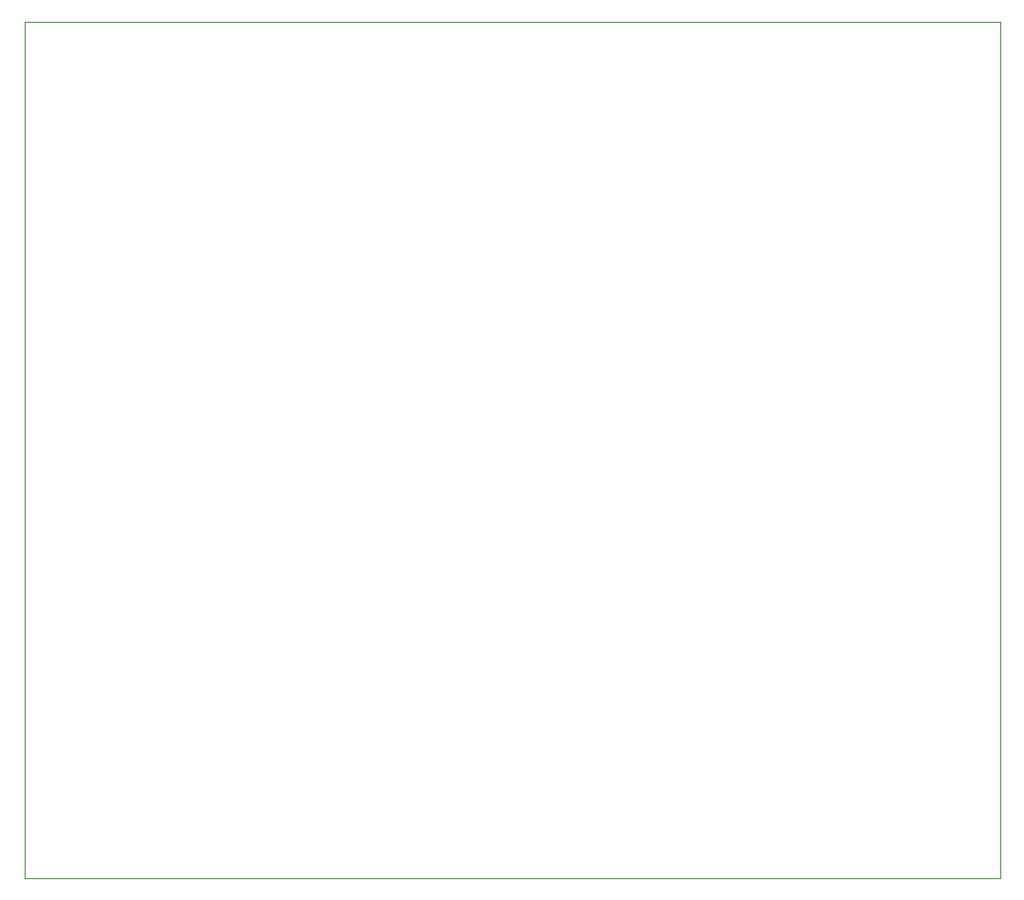
<source format=gbr>
%TF.GenerationSoftware,KiCad,Pcbnew,9.0.1-9.0.1-0~ubuntu22.04.1*%
%TF.CreationDate,2025-05-01T16:45:03+02:00*%
%TF.ProjectId,pcb,7063622e-6b69-4636-9164-5f7063625858,rev?*%
%TF.SameCoordinates,Original*%
%TF.FileFunction,Profile,NP*%
%FSLAX46Y46*%
G04 Gerber Fmt 4.6, Leading zero omitted, Abs format (unit mm)*
G04 Created by KiCad (PCBNEW 9.0.1-9.0.1-0~ubuntu22.04.1) date 2025-05-01 16:45:03*
%MOMM*%
%LPD*%
G01*
G04 APERTURE LIST*
%TA.AperFunction,Profile*%
%ADD10C,0.050000*%
%TD*%
G04 APERTURE END LIST*
D10*
X111000000Y-48500000D02*
X198000000Y-48500000D01*
X198000000Y-125000000D01*
X111000000Y-125000000D01*
X111000000Y-48500000D01*
M02*

</source>
